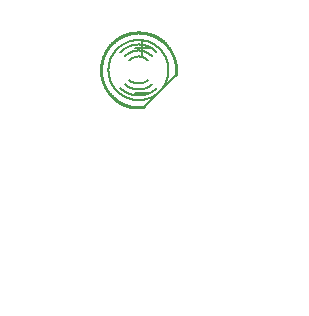
<source format=gbr>
G04 EAGLE Gerber RS-274X export*
G75*
%MOMM*%
%FSLAX34Y34*%
%LPD*%
%INSilkscreen Top*%
%IPPOS*%
%AMOC8*
5,1,8,0,0,1.08239X$1,22.5*%
G01*
%ADD10R,0.406400X0.101600*%
%ADD11R,1.016000X0.101600*%
%ADD12R,1.422400X0.101600*%
%ADD13R,1.727200X0.101600*%
%ADD14R,1.930400X0.101600*%
%ADD15R,2.235200X0.101600*%
%ADD16R,2.438400X0.101600*%
%ADD17R,2.641600X0.101600*%
%ADD18R,2.946400X0.101600*%
%ADD19R,3.149600X0.101600*%
%ADD20R,3.251200X0.101600*%
%ADD21R,1.524000X0.101600*%
%ADD22R,1.828800X0.101600*%
%ADD23R,1.625600X0.101600*%
%ADD24R,1.320800X0.101600*%
%ADD25R,1.219200X0.101600*%
%ADD26R,2.032000X0.101600*%
%ADD27R,2.133600X0.101600*%
%ADD28R,1.117600X0.101600*%
%ADD29R,2.336800X0.101600*%
%ADD30R,2.540000X0.101600*%
%ADD31R,0.914400X0.101600*%
%ADD32R,2.743200X0.101600*%
%ADD33R,3.048000X0.101600*%
%ADD34R,0.812800X0.101600*%
%ADD35R,0.711200X0.101600*%
%ADD36R,0.609600X0.101600*%
%ADD37R,0.508000X0.101600*%
%ADD38R,2.844800X0.101600*%
%ADD39R,4.165600X0.101600*%
%ADD40R,4.064000X0.101600*%
%ADD41R,4.572000X0.101600*%
%ADD42R,4.267200X0.101600*%
%ADD43R,3.962400X0.101600*%
%ADD44R,3.657600X0.101600*%
%ADD45R,3.352800X0.101600*%
%ADD46C,0.177800*%
%ADD47C,0.203200*%
%ADD48C,0.254000*%
%ADD49C,0.152400*%


D10*
X180340Y48768D03*
D11*
X180340Y49784D03*
D12*
X180340Y50800D03*
D13*
X180848Y51816D03*
D14*
X180848Y52832D03*
D15*
X180340Y53848D03*
D16*
X181356Y54864D03*
D17*
X181356Y55880D03*
D18*
X181864Y56896D03*
D19*
X181864Y57912D03*
D20*
X182372Y58928D03*
D21*
X172720Y59944D03*
D22*
X191516Y59944D03*
D21*
X172720Y60960D03*
D13*
X193040Y60960D03*
D21*
X171704Y61976D03*
D23*
X194564Y61976D03*
X171196Y62992D03*
X196596Y62992D03*
X171196Y64008D03*
X197612Y64008D03*
X170180Y65024D03*
D21*
X199136Y65024D03*
D13*
X169672Y66040D03*
D21*
X201168Y66040D03*
D13*
X169672Y67056D03*
D21*
X202184Y67056D03*
D13*
X168656Y68072D03*
D12*
X203708Y68072D03*
D22*
X168148Y69088D03*
D24*
X205232Y69088D03*
D22*
X168148Y70104D03*
D24*
X206248Y70104D03*
D14*
X167640Y71120D03*
D25*
X207772Y71120D03*
D14*
X166624Y72136D03*
D24*
X209296Y72136D03*
D14*
X166624Y73152D03*
D25*
X210820Y73152D03*
D26*
X166116Y74168D03*
D25*
X211836Y74168D03*
D27*
X165608Y75184D03*
D25*
X212852Y75184D03*
D15*
X165100Y76200D03*
D28*
X214376Y76200D03*
D29*
X164592Y77216D03*
D28*
X215392Y77216D03*
D16*
X164084Y78232D03*
D28*
X216408Y78232D03*
D30*
X163576Y79248D03*
D11*
X217932Y79248D03*
D30*
X163576Y80264D03*
D31*
X218440Y80264D03*
D17*
X163068Y81280D03*
D31*
X219456Y81280D03*
D32*
X162560Y82296D03*
D31*
X220472Y82296D03*
D18*
X161544Y83312D03*
D31*
X221488Y83312D03*
D33*
X161036Y84328D03*
D31*
X222504Y84328D03*
D19*
X160528Y85344D03*
D31*
X223520Y85344D03*
D20*
X160020Y86360D03*
D31*
X224536Y86360D03*
D12*
X149860Y87376D03*
D13*
X167640Y87376D03*
D34*
X225044Y87376D03*
D24*
X148336Y88392D03*
D23*
X168148Y88392D03*
D34*
X226060Y88392D03*
D24*
X147320Y89408D03*
D23*
X168148Y89408D03*
D31*
X226568Y89408D03*
D24*
X146304Y90424D03*
D21*
X168656Y90424D03*
D31*
X227584Y90424D03*
D25*
X144780Y91440D03*
D21*
X168656Y91440D03*
D31*
X228600Y91440D03*
D25*
X143764Y92456D03*
D12*
X169164Y92456D03*
D31*
X229616Y92456D03*
D25*
X141732Y93472D03*
D12*
X169164Y93472D03*
D31*
X230632Y93472D03*
D25*
X140716Y94488D03*
D24*
X169672Y94488D03*
D31*
X231648Y94488D03*
D25*
X139700Y95504D03*
D24*
X169672Y95504D03*
D34*
X232156Y95504D03*
D28*
X138176Y96520D03*
D25*
X170180Y96520D03*
D34*
X233172Y96520D03*
D28*
X137160Y97536D03*
D25*
X170180Y97536D03*
D34*
X234188Y97536D03*
D25*
X135636Y98552D03*
D28*
X170688Y98552D03*
D34*
X235204Y98552D03*
D28*
X134112Y99568D03*
D11*
X171196Y99568D03*
D31*
X235712Y99568D03*
D28*
X133096Y100584D03*
D11*
X171196Y100584D03*
D31*
X236728Y100584D03*
D28*
X132080Y101600D03*
D11*
X172212Y101600D03*
D34*
X237236Y101600D03*
D28*
X131064Y102616D03*
D11*
X172212Y102616D03*
D34*
X238252Y102616D03*
D11*
X129540Y103632D03*
X172212Y103632D03*
D34*
X239268Y103632D03*
D11*
X128524Y104648D03*
D28*
X172720Y104648D03*
D34*
X240284Y104648D03*
D11*
X127508Y105664D03*
D25*
X172212Y105664D03*
D34*
X241300Y105664D03*
D11*
X126492Y106680D03*
D24*
X171704Y106680D03*
D31*
X241808Y106680D03*
D11*
X125476Y107696D03*
D21*
X171704Y107696D03*
D31*
X242824Y107696D03*
D11*
X124460Y108712D03*
D23*
X171196Y108712D03*
D31*
X243840Y108712D03*
D11*
X123444Y109728D03*
D22*
X171196Y109728D03*
D28*
X244856Y109728D03*
X121920Y110744D03*
D11*
X165100Y110744D03*
D34*
X176276Y110744D03*
D25*
X246380Y110744D03*
X121412Y111760D03*
D11*
X164084Y111760D03*
D31*
X176784Y111760D03*
D12*
X247396Y111760D03*
X120396Y112776D03*
D31*
X162560Y112776D03*
D34*
X177292Y112776D03*
D21*
X248920Y112776D03*
D12*
X119380Y113792D03*
D31*
X161544Y113792D03*
D11*
X177292Y113792D03*
D22*
X250444Y113792D03*
D23*
X118364Y114808D03*
D31*
X160528Y114808D03*
D28*
X177800Y114808D03*
D14*
X251968Y114808D03*
D13*
X117856Y115824D03*
D31*
X159512Y115824D03*
D25*
X177292Y115824D03*
D27*
X252984Y115824D03*
D14*
X116840Y116840D03*
D34*
X157988Y116840D03*
D12*
X177292Y116840D03*
D16*
X254508Y116840D03*
D28*
X111760Y117856D03*
D34*
X122428Y117856D03*
X156972Y117856D03*
D23*
X177292Y117856D03*
D30*
X256032Y117856D03*
D25*
X110236Y118872D03*
D34*
X122428Y118872D03*
X155956Y118872D03*
D22*
X177292Y118872D03*
D32*
X257048Y118872D03*
D24*
X108712Y119888D03*
D35*
X122936Y119888D03*
D34*
X154940Y119888D03*
D31*
X171704Y119888D03*
X182880Y119888D03*
D18*
X259080Y119888D03*
D24*
X107696Y120904D03*
D36*
X122428Y120904D03*
D31*
X153416Y120904D03*
D34*
X170180Y120904D03*
D31*
X183896Y120904D03*
D19*
X260096Y120904D03*
D12*
X106172Y121920D03*
D36*
X122428Y121920D03*
D34*
X151892Y121920D03*
X169164Y121920D03*
D11*
X184404Y121920D03*
D36*
X247396Y121920D03*
D25*
X257556Y121920D03*
D24*
X271272Y121920D03*
X104648Y122936D03*
D36*
X123444Y122936D03*
D34*
X150876Y122936D03*
X168148Y122936D03*
D11*
X185420Y122936D03*
D14*
X255016Y122936D03*
D24*
X273304Y122936D03*
D12*
X103124Y123952D03*
D36*
X123444Y123952D03*
D34*
X149860Y123952D03*
X167132Y123952D03*
D11*
X186436Y123952D03*
D36*
X248412Y123952D03*
D24*
X259080Y123952D03*
X276352Y123952D03*
D12*
X102108Y124968D03*
D36*
X123444Y124968D03*
D34*
X148844Y124968D03*
X165100Y124968D03*
D28*
X186944Y124968D03*
D37*
X248920Y124968D03*
D24*
X260096Y124968D03*
X278384Y124968D03*
D21*
X100584Y125984D03*
D36*
X123444Y125984D03*
D34*
X147828Y125984D03*
X164084Y125984D03*
D28*
X187960Y125984D03*
D36*
X249428Y125984D03*
D12*
X260604Y125984D03*
D25*
X280924Y125984D03*
D21*
X99568Y127000D03*
D36*
X123444Y127000D03*
D35*
X146304Y127000D03*
D34*
X163068Y127000D03*
D25*
X188468Y127000D03*
D36*
X249428Y127000D03*
D12*
X261620Y127000D03*
D25*
X282956Y127000D03*
D23*
X98044Y128016D03*
D35*
X123952Y128016D03*
X145288Y128016D03*
D34*
X162052Y128016D03*
D25*
X189484Y128016D03*
D37*
X249936Y128016D03*
D21*
X263144Y128016D03*
D25*
X286004Y128016D03*
D31*
X92456Y129032D03*
D35*
X101600Y129032D03*
X123952Y129032D03*
X144272Y129032D03*
D34*
X161036Y129032D03*
D12*
X190500Y129032D03*
D36*
X250444Y129032D03*
D21*
X264160Y129032D03*
D25*
X288036Y129032D03*
D31*
X91440Y130048D03*
D35*
X100584Y130048D03*
X123952Y130048D03*
X142240Y130048D03*
X159512Y130048D03*
D37*
X186944Y130048D03*
D35*
X195072Y130048D03*
D37*
X250952Y130048D03*
D35*
X260096Y130048D03*
D34*
X268732Y130048D03*
D28*
X290576Y130048D03*
D31*
X89408Y131064D03*
D35*
X99568Y131064D03*
D34*
X124460Y131064D03*
D35*
X141224Y131064D03*
X158496Y131064D03*
D36*
X187452Y131064D03*
D35*
X196088Y131064D03*
D37*
X250952Y131064D03*
D35*
X261112Y131064D03*
D34*
X270764Y131064D03*
D28*
X292608Y131064D03*
D34*
X87884Y132080D03*
D36*
X99060Y132080D03*
D34*
X124460Y132080D03*
D35*
X140208Y132080D03*
X157480Y132080D03*
D37*
X187960Y132080D03*
D35*
X197104Y132080D03*
D37*
X250952Y132080D03*
D35*
X262128Y132080D03*
D34*
X271780Y132080D03*
D25*
X295148Y132080D03*
D31*
X86360Y133096D03*
D36*
X98044Y133096D03*
D34*
X124460Y133096D03*
D36*
X138684Y133096D03*
D35*
X156464Y133096D03*
D36*
X188468Y133096D03*
D35*
X198120Y133096D03*
D37*
X251968Y133096D03*
D36*
X262636Y133096D03*
D34*
X272796Y133096D03*
D28*
X297688Y133096D03*
D34*
X84836Y134112D03*
D36*
X97028Y134112D03*
D34*
X124460Y134112D03*
D36*
X137668Y134112D03*
D35*
X154432Y134112D03*
D37*
X188976Y134112D03*
D35*
X199136Y134112D03*
D37*
X251968Y134112D03*
D36*
X263652Y134112D03*
D31*
X274320Y134112D03*
D28*
X299720Y134112D03*
D34*
X82804Y135128D03*
D36*
X96012Y135128D03*
D11*
X124460Y135128D03*
D36*
X136652Y135128D03*
D35*
X153416Y135128D03*
D36*
X189484Y135128D03*
D35*
X200152Y135128D03*
D37*
X251968Y135128D03*
D35*
X264160Y135128D03*
X275336Y135128D03*
D11*
X302260Y135128D03*
D31*
X81280Y136144D03*
D36*
X94996Y136144D03*
D11*
X124460Y136144D03*
D36*
X135636Y136144D03*
D35*
X152400Y136144D03*
X188976Y136144D03*
X201168Y136144D03*
D36*
X252476Y136144D03*
X264668Y136144D03*
D35*
X276352Y136144D03*
D11*
X304292Y136144D03*
D34*
X79756Y137160D03*
D36*
X93980Y137160D03*
D37*
X120904Y137160D03*
X127000Y137160D03*
D35*
X135128Y137160D03*
X151384Y137160D03*
D34*
X188468Y137160D03*
D35*
X202184Y137160D03*
X251968Y137160D03*
D36*
X265684Y137160D03*
D35*
X277368Y137160D03*
D31*
X306832Y137160D03*
D34*
X77724Y138176D03*
D36*
X92964Y138176D03*
X120396Y138176D03*
D37*
X127000Y138176D03*
D35*
X134112Y138176D03*
X150368Y138176D03*
D31*
X188976Y138176D03*
D36*
X203708Y138176D03*
D35*
X251968Y138176D03*
D37*
X266192Y138176D03*
D35*
X278384Y138176D03*
D31*
X308864Y138176D03*
D35*
X76200Y139192D03*
D37*
X92456Y139192D03*
D36*
X119380Y139192D03*
D25*
X131572Y139192D03*
D36*
X148844Y139192D03*
D11*
X188468Y139192D03*
D35*
X205232Y139192D03*
D31*
X251968Y139192D03*
D36*
X266700Y139192D03*
X279908Y139192D03*
D37*
X309880Y139192D03*
D36*
X74676Y140208D03*
X91948Y140208D03*
D35*
X118872Y140208D03*
D28*
X131064Y140208D03*
D37*
X148336Y140208D03*
D28*
X187960Y140208D03*
D35*
X206248Y140208D03*
D11*
X251460Y140208D03*
D35*
X267208Y140208D03*
D36*
X280924Y140208D03*
D37*
X309880Y140208D03*
X74168Y141224D03*
D36*
X90932Y141224D03*
D35*
X117856Y141224D03*
D28*
X131064Y141224D03*
D37*
X147320Y141224D03*
D36*
X184404Y141224D03*
X191516Y141224D03*
D35*
X207264Y141224D03*
D28*
X250952Y141224D03*
D35*
X267208Y141224D03*
D37*
X281432Y141224D03*
D36*
X309372Y141224D03*
D37*
X74168Y142240D03*
D35*
X90424Y142240D03*
D34*
X117348Y142240D03*
D25*
X130556Y142240D03*
D37*
X147320Y142240D03*
D36*
X183388Y142240D03*
X191516Y142240D03*
D35*
X208280Y142240D03*
D24*
X250952Y142240D03*
D34*
X267716Y142240D03*
D35*
X281432Y142240D03*
D37*
X308864Y142240D03*
D36*
X74676Y143256D03*
D35*
X90424Y143256D03*
D34*
X116332Y143256D03*
D28*
X130048Y143256D03*
D35*
X148336Y143256D03*
D36*
X182372Y143256D03*
D37*
X192024Y143256D03*
D34*
X208788Y143256D03*
D12*
X250444Y143256D03*
D31*
X268224Y143256D03*
D35*
X281432Y143256D03*
D36*
X308356Y143256D03*
X74676Y144272D03*
D34*
X89916Y144272D03*
D11*
X115316Y144272D03*
D25*
X129540Y144272D03*
D34*
X148844Y144272D03*
D35*
X181864Y144272D03*
D36*
X192532Y144272D03*
D34*
X209804Y144272D03*
D21*
X249936Y144272D03*
D31*
X268224Y144272D03*
X281432Y144272D03*
D36*
X307340Y144272D03*
X75692Y145288D03*
D31*
X89408Y145288D03*
D11*
X114300Y145288D03*
D25*
X129540Y145288D03*
D31*
X149352Y145288D03*
D35*
X180848Y145288D03*
D36*
X192532Y145288D03*
D31*
X210312Y145288D03*
D13*
X249936Y145288D03*
D11*
X268732Y145288D03*
D28*
X281432Y145288D03*
D35*
X306832Y145288D03*
D36*
X75692Y146304D03*
D31*
X89408Y146304D03*
D11*
X113284Y146304D03*
D24*
X129032Y146304D03*
D11*
X149860Y146304D03*
D35*
X179832Y146304D03*
D36*
X192532Y146304D03*
D28*
X211328Y146304D03*
X245872Y146304D03*
D36*
X255524Y146304D03*
D11*
X268732Y146304D03*
D25*
X280924Y146304D03*
D35*
X306832Y146304D03*
X76200Y147320D03*
D31*
X88392Y147320D03*
D11*
X112268Y147320D03*
D12*
X128524Y147320D03*
D25*
X150876Y147320D03*
D35*
X178816Y147320D03*
D37*
X193040Y147320D03*
D25*
X211836Y147320D03*
X245364Y147320D03*
D36*
X255524Y147320D03*
D13*
X272288Y147320D03*
D37*
X284480Y147320D03*
D35*
X305816Y147320D03*
X76200Y148336D03*
D31*
X88392Y148336D03*
D28*
X111760Y148336D03*
D21*
X128016Y148336D03*
D24*
X151384Y148336D03*
D35*
X177800Y148336D03*
D36*
X193548Y148336D03*
D37*
X208280Y148336D03*
D35*
X215392Y148336D03*
D25*
X244348Y148336D03*
D36*
X256540Y148336D03*
D23*
X271780Y148336D03*
D36*
X284988Y148336D03*
D34*
X305308Y148336D03*
D35*
X76200Y149352D03*
D11*
X87884Y149352D03*
D25*
X110236Y149352D03*
D23*
X127508Y149352D03*
D37*
X147320Y149352D03*
D35*
X155448Y149352D03*
D34*
X177292Y149352D03*
D36*
X193548Y149352D03*
D37*
X208280Y149352D03*
D35*
X216408Y149352D03*
D24*
X243840Y149352D03*
D36*
X256540Y149352D03*
D23*
X271780Y149352D03*
D36*
X284988Y149352D03*
D34*
X305308Y149352D03*
D35*
X77216Y150368D03*
D28*
X87376Y150368D03*
D25*
X109220Y150368D03*
D13*
X128016Y150368D03*
D37*
X147320Y150368D03*
D35*
X156464Y150368D03*
D34*
X176276Y150368D03*
D36*
X193548Y150368D03*
X208788Y150368D03*
D35*
X217424Y150368D03*
D12*
X243332Y150368D03*
D36*
X256540Y150368D03*
D21*
X271272Y150368D03*
D36*
X286004Y150368D03*
D34*
X304292Y150368D03*
D14*
X83312Y151384D03*
D25*
X108204Y151384D03*
D34*
X122428Y151384D03*
D11*
X132588Y151384D03*
D37*
X147320Y151384D03*
D34*
X157988Y151384D03*
X175260Y151384D03*
D36*
X194564Y151384D03*
D37*
X209296Y151384D03*
D35*
X218440Y151384D03*
D12*
X242316Y151384D03*
D35*
X257048Y151384D03*
D21*
X271272Y151384D03*
D36*
X286004Y151384D03*
D31*
X303784Y151384D03*
D14*
X83312Y152400D03*
D25*
X107188Y152400D03*
D34*
X121412Y152400D03*
D11*
X132588Y152400D03*
D37*
X147320Y152400D03*
D34*
X159004Y152400D03*
X174244Y152400D03*
D36*
X194564Y152400D03*
D37*
X209296Y152400D03*
D34*
X219964Y152400D03*
D21*
X241808Y152400D03*
D36*
X257556Y152400D03*
D12*
X270764Y152400D03*
D36*
X286004Y152400D03*
D31*
X303784Y152400D03*
D22*
X82804Y153416D03*
D25*
X106172Y153416D03*
D31*
X120904Y153416D03*
D28*
X133096Y153416D03*
D37*
X148336Y153416D03*
D34*
X160020Y153416D03*
X173228Y153416D03*
D36*
X194564Y153416D03*
D37*
X209296Y153416D03*
D34*
X220980Y153416D03*
X237236Y153416D03*
D36*
X245364Y153416D03*
X257556Y153416D03*
D12*
X270764Y153416D03*
D36*
X287020Y153416D03*
D31*
X302768Y153416D03*
D22*
X82804Y154432D03*
D24*
X104648Y154432D03*
D31*
X119888Y154432D03*
D24*
X133096Y154432D03*
D37*
X148336Y154432D03*
D34*
X161036Y154432D03*
D31*
X172720Y154432D03*
D35*
X195072Y154432D03*
D36*
X209804Y154432D03*
D34*
X221996Y154432D03*
D23*
X240284Y154432D03*
D35*
X258064Y154432D03*
D21*
X271272Y154432D03*
D36*
X287020Y154432D03*
D11*
X302260Y154432D03*
D22*
X82804Y155448D03*
D12*
X104140Y155448D03*
D31*
X118872Y155448D03*
D36*
X129540Y155448D03*
X136652Y155448D03*
D37*
X148336Y155448D03*
D31*
X162560Y155448D03*
D34*
X172212Y155448D03*
D36*
X195580Y155448D03*
X209804Y155448D03*
D34*
X223012Y155448D03*
X236220Y155448D03*
D35*
X244856Y155448D03*
X258064Y155448D03*
D23*
X270764Y155448D03*
D36*
X287020Y155448D03*
D11*
X302260Y155448D03*
D22*
X82804Y156464D03*
D12*
X103124Y156464D03*
D31*
X117856Y156464D03*
D36*
X129540Y156464D03*
D35*
X137160Y156464D03*
D37*
X148336Y156464D03*
D21*
X167640Y156464D03*
D36*
X195580Y156464D03*
X209804Y156464D03*
D34*
X224028Y156464D03*
X235204Y156464D03*
D35*
X243840Y156464D03*
D36*
X258572Y156464D03*
D13*
X271272Y156464D03*
D36*
X288036Y156464D03*
D11*
X301244Y156464D03*
D13*
X83312Y157480D03*
D12*
X102108Y157480D03*
D34*
X117348Y157480D03*
D36*
X129540Y157480D03*
X137668Y157480D03*
D37*
X148336Y157480D03*
D24*
X167640Y157480D03*
D35*
X196088Y157480D03*
D36*
X209804Y157480D03*
D34*
X225044Y157480D03*
X234188Y157480D03*
D35*
X243840Y157480D03*
D16*
X267716Y157480D03*
D36*
X288036Y157480D03*
D28*
X300736Y157480D03*
D13*
X83312Y158496D03*
D12*
X101092Y158496D03*
D31*
X116840Y158496D03*
D36*
X129540Y158496D03*
X138684Y158496D03*
D37*
X148336Y158496D03*
D28*
X167640Y158496D03*
D35*
X196088Y158496D03*
D36*
X209804Y158496D03*
D21*
X229616Y158496D03*
D35*
X242824Y158496D03*
D30*
X268224Y158496D03*
D35*
X288544Y158496D03*
D28*
X300736Y158496D03*
D23*
X82804Y159512D03*
D21*
X99568Y159512D03*
D31*
X115824Y159512D03*
D35*
X129032Y159512D03*
X139192Y159512D03*
D36*
X148844Y159512D03*
D11*
X168148Y159512D03*
D36*
X196596Y159512D03*
X210820Y159512D03*
D12*
X230124Y159512D03*
D35*
X242824Y159512D03*
D16*
X268732Y159512D03*
D35*
X288544Y159512D03*
D28*
X299720Y159512D03*
D19*
X90424Y160528D03*
D31*
X114808Y160528D03*
D35*
X129032Y160528D03*
X140208Y160528D03*
D36*
X148844Y160528D03*
D28*
X168656Y160528D03*
D35*
X197104Y160528D03*
D36*
X210820Y160528D03*
D25*
X230124Y160528D03*
D34*
X242316Y160528D03*
D23*
X264668Y160528D03*
D34*
X277876Y160528D03*
D36*
X289052Y160528D03*
D25*
X299212Y160528D03*
D19*
X90424Y161544D03*
D31*
X113792Y161544D03*
D35*
X129032Y161544D03*
X140208Y161544D03*
D36*
X148844Y161544D03*
D24*
X168656Y161544D03*
D35*
X197104Y161544D03*
D36*
X210820Y161544D03*
D11*
X230124Y161544D03*
D35*
X241808Y161544D03*
D21*
X264160Y161544D03*
D34*
X277876Y161544D03*
D14*
X295656Y161544D03*
D19*
X89408Y162560D03*
D31*
X112776Y162560D03*
D36*
X128524Y162560D03*
D35*
X141224Y162560D03*
D36*
X148844Y162560D03*
D21*
X168656Y162560D03*
D35*
X197104Y162560D03*
D36*
X210820Y162560D03*
D28*
X230632Y162560D03*
D34*
X241300Y162560D03*
D12*
X263652Y162560D03*
D34*
X278892Y162560D03*
D22*
X295148Y162560D03*
D33*
X88900Y163576D03*
D11*
X112268Y163576D03*
D35*
X128016Y163576D03*
D12*
X144780Y163576D03*
D13*
X168656Y163576D03*
D35*
X198120Y163576D03*
X211328Y163576D03*
D27*
X234696Y163576D03*
D24*
X264160Y163576D03*
D34*
X278892Y163576D03*
D13*
X295656Y163576D03*
D33*
X87884Y164592D03*
D31*
X111760Y164592D03*
D35*
X128016Y164592D03*
D12*
X145796Y164592D03*
D26*
X168148Y164592D03*
D35*
X198120Y164592D03*
X211328Y164592D03*
D27*
X233680Y164592D03*
D25*
X263652Y164592D03*
D34*
X279908Y164592D03*
D13*
X295656Y164592D03*
D18*
X87376Y165608D03*
D31*
X110744Y165608D03*
D35*
X128016Y165608D03*
D12*
X145796Y165608D03*
D28*
X162560Y165608D03*
D11*
X174244Y165608D03*
D35*
X198120Y165608D03*
D36*
X211836Y165608D03*
D15*
X233172Y165608D03*
D25*
X263652Y165608D03*
D34*
X279908Y165608D03*
D23*
X295148Y165608D03*
D33*
X86868Y166624D03*
D11*
X110236Y166624D03*
D35*
X128016Y166624D03*
D24*
X146304Y166624D03*
D28*
X161544Y166624D03*
D11*
X176276Y166624D03*
D34*
X198628Y166624D03*
D36*
X211836Y166624D03*
D15*
X232156Y166624D03*
D25*
X263652Y166624D03*
D34*
X280924Y166624D03*
D21*
X295656Y166624D03*
D33*
X85852Y167640D03*
D11*
X109220Y167640D03*
D34*
X127508Y167640D03*
D24*
X146304Y167640D03*
D28*
X160528Y167640D03*
D11*
X177292Y167640D03*
D35*
X199136Y167640D03*
D36*
X211836Y167640D03*
D29*
X231648Y167640D03*
D28*
X264160Y167640D03*
D34*
X280924Y167640D03*
D12*
X295148Y167640D03*
D18*
X85344Y168656D03*
D11*
X108204Y168656D03*
D35*
X127000Y168656D03*
D25*
X146812Y168656D03*
D28*
X159512Y168656D03*
D11*
X178308Y168656D03*
D35*
X199136Y168656D03*
X212344Y168656D03*
D11*
X225044Y168656D03*
X238252Y168656D03*
D28*
X264160Y168656D03*
D31*
X281432Y168656D03*
D12*
X295148Y168656D03*
D18*
X84328Y169672D03*
D11*
X107188Y169672D03*
D35*
X127000Y169672D03*
D29*
X152400Y169672D03*
D11*
X179324Y169672D03*
D35*
X199136Y169672D03*
X212344Y169672D03*
D11*
X224028Y169672D03*
X239268Y169672D03*
D28*
X264160Y169672D03*
D34*
X281940Y169672D03*
D12*
X295148Y169672D03*
D18*
X83312Y170688D03*
D28*
X106680Y170688D03*
D34*
X126492Y170688D03*
D27*
X152400Y170688D03*
D31*
X180848Y170688D03*
D34*
X199644Y170688D03*
D35*
X212344Y170688D03*
D11*
X223012Y170688D03*
D28*
X239776Y170688D03*
D25*
X263652Y170688D03*
D29*
X289560Y170688D03*
D38*
X82804Y171704D03*
D11*
X106172Y171704D03*
D34*
X126492Y171704D03*
D26*
X151892Y171704D03*
D31*
X181864Y171704D03*
D35*
X200152Y171704D03*
X212344Y171704D03*
D11*
X221996Y171704D03*
D25*
X240284Y171704D03*
X263652Y171704D03*
D15*
X290068Y171704D03*
D18*
X82296Y172720D03*
D11*
X105156Y172720D03*
D34*
X126492Y172720D03*
D14*
X152400Y172720D03*
D31*
X182880Y172720D03*
D35*
X200152Y172720D03*
D23*
X217932Y172720D03*
D12*
X240284Y172720D03*
D25*
X263652Y172720D03*
D27*
X289560Y172720D03*
D18*
X81280Y173736D03*
D28*
X104648Y173736D03*
D34*
X126492Y173736D03*
D22*
X151892Y173736D03*
D34*
X183388Y173736D03*
X200660Y173736D03*
D21*
X217424Y173736D03*
D12*
X240284Y173736D03*
D24*
X263144Y173736D03*
D26*
X290068Y173736D03*
D38*
X80772Y174752D03*
D25*
X104140Y174752D03*
D31*
X125984Y174752D03*
D23*
X151892Y174752D03*
D35*
X183896Y174752D03*
D34*
X200660Y174752D03*
D12*
X216916Y174752D03*
D23*
X240284Y174752D03*
D24*
X263144Y174752D03*
D14*
X289560Y174752D03*
D38*
X79756Y175768D03*
D24*
X104648Y175768D03*
D34*
X125476Y175768D03*
D21*
X151384Y175768D03*
D35*
X183896Y175768D03*
X201168Y175768D03*
D24*
X216408Y175768D03*
D23*
X240284Y175768D03*
D24*
X263144Y175768D03*
D14*
X289560Y175768D03*
D38*
X79756Y176784D03*
D21*
X104648Y176784D03*
D34*
X125476Y176784D03*
D12*
X150876Y176784D03*
D35*
X184912Y176784D03*
X201168Y176784D03*
D25*
X215900Y176784D03*
D23*
X240284Y176784D03*
D24*
X263144Y176784D03*
D13*
X289560Y176784D03*
D33*
X79756Y177800D03*
D23*
X105156Y177800D03*
D34*
X125476Y177800D03*
D12*
X150876Y177800D03*
D36*
X184404Y177800D03*
D34*
X201676Y177800D03*
D25*
X215900Y177800D03*
D34*
X235204Y177800D03*
X244348Y177800D03*
D25*
X262636Y177800D03*
D13*
X289560Y177800D03*
D33*
X79756Y178816D03*
D13*
X105664Y178816D03*
D31*
X124968Y178816D03*
D12*
X150876Y178816D03*
D36*
X184404Y178816D03*
D34*
X201676Y178816D03*
D28*
X215392Y178816D03*
D34*
X235204Y178816D03*
X244348Y178816D03*
D25*
X262636Y178816D03*
D21*
X289560Y178816D03*
D33*
X79756Y179832D03*
D14*
X106680Y179832D03*
D31*
X124968Y179832D03*
D21*
X151384Y179832D03*
D36*
X184404Y179832D03*
D31*
X201168Y179832D03*
D28*
X215392Y179832D03*
D34*
X234188Y179832D03*
X244348Y179832D03*
D25*
X262636Y179832D03*
D23*
X289052Y179832D03*
D19*
X80264Y180848D03*
D34*
X101092Y180848D03*
D28*
X111760Y180848D03*
D31*
X124968Y180848D03*
D21*
X151384Y180848D03*
D36*
X183388Y180848D03*
D34*
X200660Y180848D03*
D28*
X216408Y180848D03*
D34*
X234188Y180848D03*
X244348Y180848D03*
D28*
X263144Y180848D03*
D23*
X289052Y180848D03*
D19*
X80264Y181864D03*
D31*
X101600Y181864D03*
D28*
X112776Y181864D03*
D34*
X124460Y181864D03*
D23*
X151892Y181864D03*
D36*
X183388Y181864D03*
D31*
X200152Y181864D03*
D25*
X216916Y181864D03*
D34*
X233172Y181864D03*
D35*
X243840Y181864D03*
D28*
X263144Y181864D03*
D21*
X288544Y181864D03*
D39*
X85344Y182880D03*
D14*
X118872Y182880D03*
D13*
X152400Y182880D03*
D36*
X183388Y182880D03*
D11*
X199644Y182880D03*
D24*
X217424Y182880D03*
D34*
X233172Y182880D03*
D35*
X243840Y182880D03*
D11*
X263652Y182880D03*
D23*
X288036Y182880D03*
D19*
X81280Y183896D03*
D31*
X102616Y183896D03*
D22*
X119380Y183896D03*
D13*
X152400Y183896D03*
D36*
X182372Y183896D03*
D31*
X199136Y183896D03*
D12*
X217932Y183896D03*
D34*
X232156Y183896D03*
D35*
X243840Y183896D03*
D11*
X263652Y183896D03*
D23*
X287020Y183896D03*
D40*
X86868Y184912D03*
D13*
X119888Y184912D03*
D22*
X152908Y184912D03*
D36*
X182372Y184912D03*
D11*
X198628Y184912D03*
D21*
X218440Y184912D03*
D34*
X232156Y184912D03*
D35*
X243840Y184912D03*
D31*
X264160Y184912D03*
D23*
X287020Y184912D03*
D33*
X82804Y185928D03*
D31*
X103632Y185928D03*
D23*
X120396Y185928D03*
D14*
X153416Y185928D03*
D36*
X182372Y185928D03*
D11*
X197612Y185928D03*
D21*
X218440Y185928D03*
D34*
X232156Y185928D03*
D35*
X243840Y185928D03*
D34*
X264668Y185928D03*
D23*
X286004Y185928D03*
D39*
X88392Y186944D03*
D21*
X120904Y186944D03*
D14*
X153416Y186944D03*
D36*
X181356Y186944D03*
D11*
X196596Y186944D03*
D16*
X223012Y186944D03*
D35*
X243840Y186944D03*
D34*
X264668Y186944D03*
D23*
X286004Y186944D03*
D33*
X83820Y187960D03*
D31*
X104648Y187960D03*
D24*
X121920Y187960D03*
D26*
X153924Y187960D03*
D36*
X181356Y187960D03*
D11*
X195580Y187960D03*
D34*
X214884Y187960D03*
D21*
X227584Y187960D03*
D35*
X243840Y187960D03*
D31*
X265176Y187960D03*
D23*
X284988Y187960D03*
D18*
X84328Y188976D03*
D31*
X105664Y188976D03*
D25*
X122428Y188976D03*
D27*
X154432Y188976D03*
D36*
X181356Y188976D03*
D31*
X195072Y188976D03*
D34*
X214884Y188976D03*
D24*
X227584Y188976D03*
D36*
X244348Y188976D03*
D31*
X265176Y188976D03*
D23*
X283972Y188976D03*
D38*
X85852Y189992D03*
D31*
X105664Y189992D03*
D28*
X122936Y189992D03*
D37*
X146304Y189992D03*
D23*
X157988Y189992D03*
D36*
X180340Y189992D03*
D11*
X194564Y189992D03*
D34*
X214884Y189992D03*
D25*
X228092Y189992D03*
D37*
X243840Y189992D03*
D31*
X265176Y189992D03*
D23*
X283972Y189992D03*
D32*
X86360Y191008D03*
D31*
X106680Y191008D03*
D11*
X123444Y191008D03*
D37*
X146304Y191008D03*
D34*
X153924Y191008D03*
D35*
X162560Y191008D03*
D36*
X180340Y191008D03*
D11*
X193548Y191008D03*
D34*
X214884Y191008D03*
D28*
X227584Y191008D03*
D37*
X243840Y191008D03*
D11*
X265684Y191008D03*
D23*
X282956Y191008D03*
D32*
X87376Y192024D03*
D34*
X107188Y192024D03*
D31*
X124968Y192024D03*
D37*
X146304Y192024D03*
D34*
X154940Y192024D03*
D35*
X163576Y192024D03*
D37*
X179832Y192024D03*
D11*
X192532Y192024D03*
D34*
X214884Y192024D03*
D11*
X228092Y192024D03*
D37*
X243840Y192024D03*
D11*
X265684Y192024D03*
D23*
X282956Y192024D03*
D17*
X87884Y193040D03*
D31*
X107696Y193040D03*
D11*
X125476Y193040D03*
D37*
X146304Y193040D03*
D34*
X154940Y193040D03*
D35*
X164592Y193040D03*
D37*
X179832Y193040D03*
D11*
X191516Y193040D03*
D34*
X214884Y193040D03*
D31*
X228600Y193040D03*
D37*
X243840Y193040D03*
D28*
X266192Y193040D03*
D23*
X281940Y193040D03*
D17*
X88900Y194056D03*
D31*
X108712Y194056D03*
D11*
X126492Y194056D03*
D37*
X146304Y194056D03*
D35*
X155448Y194056D03*
X164592Y194056D03*
D36*
X179324Y194056D03*
D31*
X191008Y194056D03*
D34*
X214884Y194056D03*
D31*
X228600Y194056D03*
D37*
X243840Y194056D03*
D28*
X266192Y194056D03*
D23*
X281940Y194056D03*
D30*
X89408Y195072D03*
D34*
X109220Y195072D03*
D28*
X127000Y195072D03*
D37*
X146304Y195072D03*
D34*
X155956Y195072D03*
D35*
X165608Y195072D03*
D37*
X178816Y195072D03*
D31*
X189992Y195072D03*
D35*
X215392Y195072D03*
D31*
X228600Y195072D03*
D37*
X243840Y195072D03*
D38*
X274828Y195072D03*
D30*
X90424Y196088D03*
D34*
X110236Y196088D03*
D25*
X127508Y196088D03*
D10*
X145796Y196088D03*
D35*
X156464Y196088D03*
X166624Y196088D03*
D37*
X178816Y196088D03*
D31*
X188976Y196088D03*
D35*
X215392Y196088D03*
D11*
X229108Y196088D03*
D37*
X243840Y196088D03*
D38*
X274828Y196088D03*
D16*
X90932Y197104D03*
D34*
X110236Y197104D03*
D12*
X128524Y197104D03*
D10*
X145796Y197104D03*
D34*
X156972Y197104D03*
D35*
X167640Y197104D03*
D36*
X178308Y197104D03*
D11*
X188468Y197104D03*
D35*
X215392Y197104D03*
D28*
X229616Y197104D03*
D37*
X243840Y197104D03*
D32*
X274320Y197104D03*
D16*
X91948Y198120D03*
D34*
X111252Y198120D03*
D21*
X129032Y198120D03*
D10*
X145796Y198120D03*
D35*
X157480Y198120D03*
X167640Y198120D03*
D37*
X177800Y198120D03*
D31*
X187960Y198120D03*
D35*
X215392Y198120D03*
D25*
X229108Y198120D03*
D37*
X243840Y198120D03*
D32*
X274320Y198120D03*
D29*
X92456Y199136D03*
D34*
X112268Y199136D03*
D35*
X124968Y199136D03*
D34*
X133604Y199136D03*
D37*
X145288Y199136D03*
D35*
X157480Y199136D03*
X168656Y199136D03*
D37*
X177800Y199136D03*
D31*
X186944Y199136D03*
D35*
X215392Y199136D03*
D24*
X229616Y199136D03*
D10*
X243332Y199136D03*
D36*
X263652Y199136D03*
D14*
X277368Y199136D03*
D29*
X93472Y200152D03*
D34*
X112268Y200152D03*
D35*
X124968Y200152D03*
D34*
X134620Y200152D03*
D37*
X145288Y200152D03*
D34*
X157988Y200152D03*
D35*
X169672Y200152D03*
D37*
X177800Y200152D03*
D31*
X185928Y200152D03*
D35*
X215392Y200152D03*
D12*
X230124Y200152D03*
D10*
X243332Y200152D03*
D36*
X263652Y200152D03*
D22*
X277876Y200152D03*
D15*
X93980Y201168D03*
D34*
X113284Y201168D03*
D35*
X124968Y201168D03*
X136144Y201168D03*
D37*
X145288Y201168D03*
D35*
X158496Y201168D03*
D36*
X170180Y201168D03*
D37*
X176784Y201168D03*
D31*
X184912Y201168D03*
D35*
X215392Y201168D03*
X225552Y201168D03*
X234696Y201168D03*
D10*
X243332Y201168D03*
D36*
X263652Y201168D03*
D13*
X277368Y201168D03*
D15*
X94996Y202184D03*
D35*
X113792Y202184D03*
X124968Y202184D03*
D34*
X137668Y202184D03*
D37*
X145288Y202184D03*
D35*
X158496Y202184D03*
D25*
X173228Y202184D03*
D34*
X184404Y202184D03*
D35*
X215392Y202184D03*
X225552Y202184D03*
X235712Y202184D03*
D10*
X243332Y202184D03*
D36*
X263652Y202184D03*
D13*
X277368Y202184D03*
D26*
X96012Y203200D03*
D35*
X114808Y203200D03*
X124968Y203200D03*
D24*
X141224Y203200D03*
D35*
X159512Y203200D03*
D11*
X173228Y203200D03*
D34*
X183388Y203200D03*
D35*
X215392Y203200D03*
X224536Y203200D03*
D36*
X236220Y203200D03*
D10*
X243332Y203200D03*
D36*
X263652Y203200D03*
D23*
X276860Y203200D03*
D26*
X97028Y204216D03*
D34*
X115316Y204216D03*
D36*
X125476Y204216D03*
D28*
X141224Y204216D03*
D35*
X159512Y204216D03*
D13*
X177800Y204216D03*
D36*
X215900Y204216D03*
D35*
X224536Y204216D03*
D28*
X239776Y204216D03*
D36*
X263652Y204216D03*
D23*
X276860Y204216D03*
D14*
X97536Y205232D03*
D35*
X115824Y205232D03*
D36*
X125476Y205232D03*
D31*
X142240Y205232D03*
D35*
X160528Y205232D03*
D21*
X177800Y205232D03*
D36*
X215900Y205232D03*
X224028Y205232D03*
D31*
X239776Y205232D03*
D36*
X263652Y205232D03*
D23*
X275844Y205232D03*
D22*
X98044Y206248D03*
D35*
X116840Y206248D03*
D36*
X125476Y206248D03*
D34*
X142748Y206248D03*
D35*
X160528Y206248D03*
D21*
X177800Y206248D03*
D36*
X215900Y206248D03*
D35*
X223520Y206248D03*
D31*
X239776Y206248D03*
D36*
X263652Y206248D03*
D23*
X275844Y206248D03*
D22*
X99060Y207264D03*
D34*
X117348Y207264D03*
D36*
X125476Y207264D03*
D35*
X143256Y207264D03*
D36*
X161036Y207264D03*
D24*
X177800Y207264D03*
D36*
X215900Y207264D03*
X223012Y207264D03*
D34*
X240284Y207264D03*
D36*
X262636Y207264D03*
D23*
X274828Y207264D03*
D22*
X100076Y208280D03*
D35*
X117856Y208280D03*
D36*
X125476Y208280D03*
X143764Y208280D03*
D35*
X161544Y208280D03*
D28*
X177800Y208280D03*
D36*
X215900Y208280D03*
X223012Y208280D03*
D35*
X240792Y208280D03*
D36*
X262636Y208280D03*
D23*
X274828Y208280D03*
D22*
X101092Y209296D03*
D24*
X121920Y209296D03*
D37*
X144272Y209296D03*
D36*
X162052Y209296D03*
D31*
X177800Y209296D03*
D25*
X218948Y209296D03*
D36*
X241300Y209296D03*
D15*
X270764Y209296D03*
D14*
X102616Y210312D03*
D24*
X121920Y210312D03*
D10*
X144780Y210312D03*
D36*
X162052Y210312D03*
D31*
X177800Y210312D03*
D25*
X218948Y210312D03*
D36*
X240284Y210312D03*
D15*
X270764Y210312D03*
D11*
X99060Y211328D03*
D31*
X109728Y211328D03*
D25*
X122428Y211328D03*
D10*
X144780Y211328D03*
D35*
X162560Y211328D03*
D11*
X178308Y211328D03*
D28*
X218440Y211328D03*
D34*
X239268Y211328D03*
D27*
X270256Y211328D03*
D11*
X100076Y212344D03*
D34*
X111252Y212344D03*
D28*
X122936Y212344D03*
D10*
X144780Y212344D03*
D36*
X163068Y212344D03*
D25*
X178308Y212344D03*
D28*
X218440Y212344D03*
D31*
X237744Y212344D03*
D26*
X269748Y212344D03*
D31*
X100584Y213360D03*
X112776Y213360D03*
D11*
X123444Y213360D03*
D10*
X144780Y213360D03*
D35*
X163576Y213360D03*
D12*
X179324Y213360D03*
D11*
X217932Y213360D03*
D31*
X236728Y213360D03*
D26*
X269748Y213360D03*
D34*
X101092Y214376D03*
D22*
X119380Y214376D03*
D37*
X144272Y214376D03*
D36*
X164084Y214376D03*
D23*
X179324Y214376D03*
D31*
X218440Y214376D03*
X234696Y214376D03*
D14*
X269240Y214376D03*
D34*
X102108Y215392D03*
D13*
X119888Y215392D03*
D37*
X144272Y215392D03*
D36*
X164084Y215392D03*
D35*
X173736Y215392D03*
D34*
X184404Y215392D03*
X217932Y215392D03*
D11*
X233172Y215392D03*
D14*
X269240Y215392D03*
D35*
X102616Y216408D03*
D21*
X120904Y216408D03*
D37*
X144272Y216408D03*
D36*
X165100Y216408D03*
D35*
X172720Y216408D03*
D34*
X185420Y216408D03*
X217932Y216408D03*
D11*
X231140Y216408D03*
D22*
X268732Y216408D03*
D34*
X103124Y217424D03*
D12*
X121412Y217424D03*
D37*
X144272Y217424D03*
D36*
X165100Y217424D03*
X172212Y217424D03*
D31*
X186944Y217424D03*
D34*
X217932Y217424D03*
D11*
X230124Y217424D03*
D13*
X268224Y217424D03*
D35*
X103632Y218440D03*
D24*
X121920Y218440D03*
D37*
X144272Y218440D03*
D28*
X168656Y218440D03*
D31*
X187960Y218440D03*
D35*
X217424Y218440D03*
D11*
X228092Y218440D03*
D23*
X267716Y218440D03*
D35*
X104648Y219456D03*
D28*
X122936Y219456D03*
D37*
X144272Y219456D03*
D11*
X168148Y219456D03*
D34*
X189484Y219456D03*
D13*
X222504Y219456D03*
X267208Y219456D03*
D35*
X104648Y220472D03*
D28*
X123952Y220472D03*
D37*
X144272Y220472D03*
D34*
X168148Y220472D03*
D31*
X191008Y220472D03*
D23*
X221996Y220472D03*
D22*
X265684Y220472D03*
D35*
X105664Y221488D03*
D11*
X125476Y221488D03*
D37*
X144272Y221488D03*
D35*
X167640Y221488D03*
D31*
X192024Y221488D03*
D12*
X220980Y221488D03*
D14*
X264160Y221488D03*
D36*
X106172Y222504D03*
D28*
X127000Y222504D03*
D37*
X144272Y222504D03*
D36*
X167132Y222504D03*
D31*
X193040Y222504D03*
D24*
X220472Y222504D03*
D27*
X263144Y222504D03*
D35*
X106680Y223520D03*
D11*
X128524Y223520D03*
D36*
X143764Y223520D03*
X166116Y223520D03*
D31*
X195072Y223520D03*
D25*
X218948Y223520D03*
D15*
X261620Y223520D03*
D36*
X107188Y224536D03*
D11*
X130556Y224536D03*
D36*
X143764Y224536D03*
X165100Y224536D03*
D31*
X196088Y224536D03*
D28*
X217424Y224536D03*
D29*
X260096Y224536D03*
D35*
X107696Y225552D03*
D28*
X132080Y225552D03*
D36*
X143764Y225552D03*
X164084Y225552D03*
D34*
X197612Y225552D03*
D28*
X216408Y225552D03*
X251968Y225552D03*
D25*
X264668Y225552D03*
D35*
X108712Y226568D03*
D25*
X132588Y226568D03*
D36*
X143764Y226568D03*
D35*
X163576Y226568D03*
D31*
X199136Y226568D03*
D25*
X213868Y226568D03*
D28*
X249936Y226568D03*
D24*
X264160Y226568D03*
D36*
X109220Y227584D03*
D22*
X136652Y227584D03*
D34*
X162052Y227584D03*
D15*
X207772Y227584D03*
D25*
X248412Y227584D03*
D24*
X263144Y227584D03*
D35*
X109728Y228600D03*
D14*
X137160Y228600D03*
D34*
X161036Y228600D03*
D26*
X207772Y228600D03*
D25*
X246380Y228600D03*
D12*
X261620Y228600D03*
D36*
X110236Y229616D03*
D22*
X137668Y229616D03*
D34*
X160020Y229616D03*
D14*
X208280Y229616D03*
D24*
X243840Y229616D03*
D21*
X261112Y229616D03*
D35*
X110744Y230632D03*
D13*
X138176Y230632D03*
D34*
X159004Y230632D03*
D13*
X208280Y230632D03*
D24*
X241808Y230632D03*
D21*
X260096Y230632D03*
D36*
X111252Y231648D03*
D22*
X138684Y231648D03*
D34*
X157988Y231648D03*
D23*
X208788Y231648D03*
D24*
X239776Y231648D03*
D21*
X259080Y231648D03*
D36*
X112268Y232664D03*
X133604Y232664D03*
D25*
X143764Y232664D03*
D31*
X156464Y232664D03*
D12*
X208788Y232664D03*
D24*
X237744Y232664D03*
D23*
X257556Y232664D03*
D36*
X112268Y233680D03*
D35*
X134112Y233680D03*
D26*
X149860Y233680D03*
D12*
X208788Y233680D03*
D24*
X235712Y233680D03*
D13*
X257048Y233680D03*
D36*
X113284Y234696D03*
X134620Y234696D03*
D13*
X150368Y234696D03*
D24*
X209296Y234696D03*
X233680Y234696D03*
D13*
X256032Y234696D03*
D35*
X113792Y235712D03*
D36*
X135636Y235712D03*
D23*
X150876Y235712D03*
D25*
X208788Y235712D03*
D24*
X231648Y235712D03*
D13*
X255016Y235712D03*
D36*
X114300Y236728D03*
D35*
X136144Y236728D03*
D24*
X151384Y236728D03*
D28*
X209296Y236728D03*
D24*
X229616Y236728D03*
D22*
X254508Y236728D03*
D36*
X115316Y237744D03*
X136652Y237744D03*
D24*
X152400Y237744D03*
D11*
X208788Y237744D03*
D24*
X227584Y237744D03*
D14*
X252984Y237744D03*
D35*
X115824Y238760D03*
X137160Y238760D03*
D23*
X152908Y238760D03*
D11*
X208788Y238760D03*
D24*
X225552Y238760D03*
D14*
X251968Y238760D03*
D36*
X116332Y239776D03*
D35*
X138176Y239776D03*
D14*
X153416Y239776D03*
D31*
X208280Y239776D03*
D12*
X223012Y239776D03*
D14*
X250952Y239776D03*
D35*
X116840Y240792D03*
D33*
X149860Y240792D03*
D34*
X208788Y240792D03*
D12*
X220980Y240792D03*
D26*
X250444Y240792D03*
D35*
X117856Y241808D03*
D19*
X151384Y241808D03*
D27*
X215392Y241808D03*
X248920Y241808D03*
D36*
X118364Y242824D03*
D25*
X142748Y242824D03*
D12*
X162052Y242824D03*
D14*
X214376Y242824D03*
D27*
X247904Y242824D03*
D35*
X118872Y243840D03*
D28*
X142240Y243840D03*
D12*
X164084Y243840D03*
D13*
X213360Y243840D03*
D27*
X246888Y243840D03*
D35*
X119888Y244856D03*
D31*
X142240Y244856D03*
D12*
X166116Y244856D03*
D21*
X212344Y244856D03*
D27*
X245872Y244856D03*
D35*
X119888Y245872D03*
D34*
X141732Y245872D03*
D12*
X168148Y245872D03*
D24*
X211328Y245872D03*
D27*
X243840Y245872D03*
D35*
X120904Y246888D03*
X141224Y246888D03*
D12*
X169164Y246888D03*
D28*
X210312Y246888D03*
D27*
X242824Y246888D03*
D35*
X121920Y247904D03*
D36*
X141732Y247904D03*
D12*
X171196Y247904D03*
D11*
X208788Y247904D03*
D27*
X241808Y247904D03*
D35*
X121920Y248920D03*
X141224Y248920D03*
D12*
X173228Y248920D03*
D31*
X208280Y248920D03*
D26*
X240284Y248920D03*
D35*
X122936Y249936D03*
D36*
X140716Y249936D03*
D12*
X175260Y249936D03*
D34*
X207772Y249936D03*
D27*
X238760Y249936D03*
D34*
X123444Y250952D03*
D36*
X140716Y250952D03*
D21*
X176784Y250952D03*
D31*
X207264Y250952D03*
D26*
X237236Y250952D03*
D34*
X124460Y251968D03*
D36*
X140716Y251968D03*
D21*
X178816Y251968D03*
D31*
X207264Y251968D03*
D26*
X236220Y251968D03*
D35*
X124968Y252984D03*
X140208Y252984D03*
D21*
X180848Y252984D03*
D11*
X207772Y252984D03*
D26*
X234188Y252984D03*
D34*
X125476Y254000D03*
D35*
X140208Y254000D03*
D21*
X182880Y254000D03*
D28*
X207264Y254000D03*
D26*
X233172Y254000D03*
D34*
X126492Y255016D03*
D35*
X140208Y255016D03*
D23*
X184404Y255016D03*
D28*
X207264Y255016D03*
D26*
X232156Y255016D03*
D34*
X127508Y256032D03*
D35*
X140208Y256032D03*
D21*
X185928Y256032D03*
D25*
X206756Y256032D03*
D14*
X230632Y256032D03*
D34*
X127508Y257048D03*
D35*
X140208Y257048D03*
D21*
X187960Y257048D03*
D24*
X207264Y257048D03*
D26*
X229108Y257048D03*
D34*
X128524Y258064D03*
X139700Y258064D03*
D21*
X189992Y258064D03*
D12*
X206756Y258064D03*
D14*
X227584Y258064D03*
D31*
X129032Y259080D03*
D34*
X139700Y259080D03*
D33*
X198628Y259080D03*
D14*
X226568Y259080D03*
D31*
X130048Y260096D03*
D35*
X139192Y260096D03*
D38*
X199644Y260096D03*
D26*
X225044Y260096D03*
D23*
X134620Y261112D03*
D41*
X210312Y261112D03*
D23*
X134620Y262128D03*
D42*
X210820Y262128D03*
D21*
X135128Y263144D03*
D43*
X210312Y263144D03*
D12*
X135636Y264160D03*
D44*
X210820Y264160D03*
D12*
X135636Y265176D03*
D45*
X211328Y265176D03*
D24*
X136144Y266192D03*
D18*
X211328Y266192D03*
D25*
X136652Y267208D03*
D38*
X210820Y267208D03*
D25*
X136652Y268224D03*
D17*
X209804Y268224D03*
D28*
X137160Y269240D03*
D17*
X208788Y269240D03*
D11*
X137668Y270256D03*
D30*
X208280Y270256D03*
D28*
X138176Y271272D03*
D29*
X207264Y271272D03*
D25*
X139700Y272288D03*
D29*
X206248Y272288D03*
D25*
X140716Y273304D03*
D27*
X205232Y273304D03*
D25*
X141732Y274320D03*
D27*
X204216Y274320D03*
D24*
X143256Y275336D03*
D26*
X203708Y275336D03*
D24*
X144272Y276352D03*
D14*
X203200Y276352D03*
D12*
X145796Y277368D03*
D22*
X201676Y277368D03*
D24*
X147320Y278384D03*
D13*
X201168Y278384D03*
D24*
X148336Y279400D03*
D13*
X200152Y279400D03*
D12*
X149860Y280416D03*
D23*
X199644Y280416D03*
D12*
X150876Y281432D03*
D23*
X198628Y281432D03*
D12*
X151892Y282448D03*
D23*
X197612Y282448D03*
D12*
X153924Y283464D03*
D23*
X196596Y283464D03*
D12*
X154940Y284480D03*
D21*
X196088Y284480D03*
X156464Y285496D03*
X195072Y285496D03*
X157480Y286512D03*
X194056Y286512D03*
D12*
X159004Y287528D03*
D21*
X193040Y287528D03*
X160528Y288544D03*
X192024Y288544D03*
X161544Y289560D03*
X191008Y289560D03*
X163576Y290576D03*
X189992Y290576D03*
X164592Y291592D03*
D12*
X189484Y291592D03*
D23*
X166116Y292608D03*
D12*
X188468Y292608D03*
D23*
X168148Y293624D03*
D24*
X186944Y293624D03*
D19*
X176784Y294640D03*
D38*
X177292Y295656D03*
D17*
X177292Y296672D03*
D29*
X177800Y297688D03*
D26*
X178308Y298704D03*
D13*
X178816Y299720D03*
D12*
X179324Y300736D03*
D11*
X180340Y301752D03*
D36*
X181356Y302768D03*
D46*
X185378Y230745D02*
X172339Y230745D01*
X172339Y268845D02*
X185378Y268845D01*
X178858Y262326D02*
X178858Y275364D01*
D47*
X206945Y245700D02*
X180004Y218759D01*
D48*
X179233Y218659D01*
X178460Y218577D01*
X177685Y218514D01*
X176908Y218471D01*
X176131Y218446D01*
X175354Y218440D01*
X174576Y218454D01*
X173799Y218486D01*
X173023Y218538D01*
X172249Y218608D01*
X171477Y218698D01*
X170707Y218806D01*
X169940Y218933D01*
X169176Y219079D01*
X168416Y219244D01*
X167660Y219427D01*
X166909Y219628D01*
X166163Y219848D01*
X165423Y220086D01*
X164689Y220342D01*
X163961Y220616D01*
X163240Y220908D01*
X162527Y221218D01*
X161821Y221544D01*
X161124Y221888D01*
X160435Y222249D01*
X159756Y222627D01*
X159085Y223021D01*
X158425Y223431D01*
X157775Y223858D01*
X157135Y224300D01*
X156507Y224758D01*
X155890Y225231D01*
X155284Y225719D01*
X154691Y226222D01*
X154110Y226739D01*
X153543Y227270D01*
X152988Y227815D01*
X152447Y228373D01*
X151919Y228945D01*
X151406Y229529D01*
X150907Y230126D01*
X150424Y230734D01*
X149955Y231354D01*
X149501Y231986D01*
X149063Y232628D01*
X148641Y233281D01*
X148235Y233945D01*
X147845Y234618D01*
X147472Y235300D01*
X147116Y235991D01*
X146777Y236691D01*
X146455Y237398D01*
X146150Y238114D01*
X145863Y238837D01*
X145594Y239566D01*
X145343Y240302D01*
X145110Y241044D01*
X144895Y241791D01*
X144699Y242543D01*
X144521Y243300D01*
X144361Y244061D01*
X144220Y244826D01*
X144098Y245594D01*
X143995Y246365D01*
X143911Y247138D01*
X143846Y247913D01*
X143800Y248689D01*
X143772Y249466D01*
X143764Y250243D01*
X143775Y251021D01*
X143805Y251798D01*
X143854Y252574D01*
X143922Y253349D01*
X144008Y254121D01*
X144114Y254892D01*
X144239Y255659D01*
X144382Y256423D01*
X144544Y257184D01*
X144724Y257940D01*
X144923Y258692D01*
X145141Y259438D01*
X145376Y260180D01*
X145630Y260915D01*
X145902Y261643D01*
X146191Y262365D01*
X146498Y263079D01*
X146822Y263786D01*
X147164Y264485D01*
X147522Y265175D01*
X147898Y265855D01*
X148290Y266527D01*
X148698Y267189D01*
X149122Y267840D01*
X149562Y268481D01*
X150018Y269112D01*
X150489Y269730D01*
X150975Y270337D01*
X151476Y270932D01*
X151991Y271514D01*
X152520Y272084D01*
X153063Y272641D01*
X153620Y273184D01*
X154190Y273713D01*
X154772Y274228D01*
X155367Y274729D01*
X155974Y275215D01*
X156592Y275686D01*
X157223Y276142D01*
X157864Y276582D01*
X158515Y277006D01*
X159177Y277414D01*
X159849Y277806D01*
X160529Y278182D01*
X161219Y278540D01*
X161918Y278882D01*
X162625Y279206D01*
X163339Y279513D01*
X164061Y279802D01*
X164789Y280074D01*
X165524Y280328D01*
X166266Y280563D01*
X167012Y280781D01*
X167764Y280980D01*
X168520Y281160D01*
X169281Y281322D01*
X170045Y281465D01*
X170812Y281590D01*
X171583Y281696D01*
X172355Y281782D01*
X173130Y281850D01*
X173906Y281899D01*
X174683Y281929D01*
X175461Y281940D01*
X176238Y281932D01*
X177015Y281904D01*
X177791Y281858D01*
X178566Y281793D01*
X179339Y281709D01*
X180110Y281606D01*
X180878Y281484D01*
X181643Y281343D01*
X182404Y281183D01*
X183161Y281005D01*
X183913Y280809D01*
X184660Y280594D01*
X185402Y280361D01*
X186138Y280110D01*
X186867Y279841D01*
X187590Y279554D01*
X188306Y279249D01*
X189013Y278927D01*
X189713Y278588D01*
X190404Y278232D01*
X191086Y277859D01*
X191759Y277469D01*
X192423Y277063D01*
X193076Y276641D01*
X193718Y276203D01*
X194350Y275749D01*
X194970Y275280D01*
X195578Y274797D01*
X196175Y274298D01*
X196759Y273785D01*
X197331Y273257D01*
X197889Y272716D01*
X198434Y272161D01*
X198965Y271594D01*
X199482Y271013D01*
X199985Y270420D01*
X200473Y269814D01*
X200946Y269197D01*
X201404Y268569D01*
X201846Y267929D01*
X202273Y267279D01*
X202683Y266619D01*
X203077Y265948D01*
X203455Y265269D01*
X203816Y264580D01*
X204160Y263883D01*
X204486Y263177D01*
X204796Y262464D01*
X205088Y261743D01*
X205362Y261015D01*
X205618Y260281D01*
X205856Y259541D01*
X206076Y258795D01*
X206277Y258044D01*
X206460Y257288D01*
X206625Y256528D01*
X206771Y255764D01*
X206898Y254997D01*
X207006Y254227D01*
X207096Y253455D01*
X207166Y252681D01*
X207218Y251905D01*
X207250Y251128D01*
X207264Y250350D01*
X207258Y249573D01*
X207233Y248796D01*
X207190Y248019D01*
X207127Y247244D01*
X207045Y246471D01*
X206945Y245700D01*
D49*
X183596Y258272D02*
X183399Y258465D01*
X183196Y258653D01*
X182990Y258836D01*
X182778Y259015D01*
X182563Y259188D01*
X182344Y259355D01*
X182120Y259518D01*
X181893Y259674D01*
X181662Y259826D01*
X181427Y259972D01*
X181189Y260112D01*
X180948Y260246D01*
X180703Y260374D01*
X180456Y260497D01*
X180205Y260613D01*
X179952Y260723D01*
X179696Y260827D01*
X179438Y260925D01*
X179177Y261017D01*
X178914Y261102D01*
X178650Y261181D01*
X178383Y261254D01*
X178115Y261320D01*
X177845Y261380D01*
X177574Y261433D01*
X177302Y261479D01*
X177029Y261519D01*
X176755Y261552D01*
X176480Y261579D01*
X176204Y261599D01*
X175928Y261612D01*
X175652Y261619D01*
X175376Y261619D01*
X175100Y261612D01*
X174824Y261599D01*
X174548Y261579D01*
X174273Y261552D01*
X173999Y261519D01*
X173726Y261479D01*
X173454Y261433D01*
X173183Y261380D01*
X172913Y261320D01*
X172645Y261254D01*
X172378Y261181D01*
X172114Y261102D01*
X171851Y261017D01*
X171590Y260925D01*
X171332Y260827D01*
X171076Y260723D01*
X170823Y260613D01*
X170572Y260497D01*
X170325Y260374D01*
X170080Y260246D01*
X169839Y260112D01*
X169601Y259972D01*
X169366Y259826D01*
X169135Y259674D01*
X168908Y259518D01*
X168684Y259355D01*
X168465Y259188D01*
X168250Y259015D01*
X168038Y258836D01*
X167832Y258653D01*
X167629Y258465D01*
X167432Y258272D01*
X167432Y242108D02*
X167629Y241915D01*
X167832Y241727D01*
X168038Y241544D01*
X168250Y241365D01*
X168465Y241192D01*
X168684Y241025D01*
X168908Y240862D01*
X169135Y240706D01*
X169366Y240554D01*
X169601Y240408D01*
X169839Y240268D01*
X170080Y240134D01*
X170325Y240006D01*
X170572Y239883D01*
X170823Y239767D01*
X171076Y239657D01*
X171332Y239553D01*
X171590Y239455D01*
X171851Y239363D01*
X172114Y239278D01*
X172378Y239199D01*
X172645Y239126D01*
X172913Y239060D01*
X173183Y239000D01*
X173454Y238947D01*
X173726Y238901D01*
X173999Y238861D01*
X174273Y238828D01*
X174548Y238801D01*
X174824Y238781D01*
X175100Y238768D01*
X175376Y238761D01*
X175652Y238761D01*
X175928Y238768D01*
X176204Y238781D01*
X176480Y238801D01*
X176755Y238828D01*
X177029Y238861D01*
X177302Y238901D01*
X177574Y238947D01*
X177845Y239000D01*
X178115Y239060D01*
X178383Y239126D01*
X178650Y239199D01*
X178914Y239278D01*
X179177Y239363D01*
X179438Y239455D01*
X179696Y239553D01*
X179952Y239657D01*
X180205Y239767D01*
X180456Y239883D01*
X180703Y240006D01*
X180948Y240134D01*
X181189Y240268D01*
X181427Y240408D01*
X181662Y240554D01*
X181893Y240706D01*
X182120Y240862D01*
X182344Y241025D01*
X182563Y241192D01*
X182778Y241365D01*
X182990Y241544D01*
X183196Y241727D01*
X183399Y241915D01*
X183596Y242108D01*
X187188Y261864D02*
X186903Y262143D01*
X186611Y262415D01*
X186312Y262679D01*
X186007Y262937D01*
X185696Y263186D01*
X185379Y263429D01*
X185056Y263663D01*
X184728Y263890D01*
X184394Y264108D01*
X184055Y264319D01*
X183711Y264521D01*
X183363Y264715D01*
X183009Y264901D01*
X182652Y265077D01*
X182290Y265245D01*
X181924Y265405D01*
X181555Y265555D01*
X181182Y265697D01*
X180805Y265829D01*
X180426Y265952D01*
X180043Y266067D01*
X179659Y266171D01*
X179271Y266267D01*
X178882Y266353D01*
X178490Y266430D01*
X178097Y266497D01*
X177702Y266554D01*
X177306Y266602D01*
X176909Y266641D01*
X176511Y266670D01*
X176112Y266689D01*
X175713Y266699D01*
X175315Y266699D01*
X174916Y266689D01*
X174517Y266670D01*
X174119Y266641D01*
X173722Y266602D01*
X173326Y266554D01*
X172931Y266497D01*
X172538Y266430D01*
X172146Y266353D01*
X171757Y266267D01*
X171369Y266171D01*
X170985Y266067D01*
X170602Y265952D01*
X170223Y265829D01*
X169846Y265697D01*
X169473Y265555D01*
X169104Y265405D01*
X168738Y265245D01*
X168376Y265077D01*
X168019Y264901D01*
X167665Y264715D01*
X167317Y264521D01*
X166973Y264319D01*
X166634Y264108D01*
X166300Y263890D01*
X165972Y263663D01*
X165649Y263429D01*
X165332Y263186D01*
X165021Y262937D01*
X164716Y262679D01*
X164417Y262415D01*
X164125Y262143D01*
X163840Y261864D01*
X163840Y238516D02*
X164125Y238237D01*
X164417Y237965D01*
X164716Y237701D01*
X165021Y237443D01*
X165332Y237194D01*
X165649Y236951D01*
X165972Y236717D01*
X166300Y236490D01*
X166634Y236272D01*
X166973Y236061D01*
X167317Y235859D01*
X167665Y235665D01*
X168019Y235479D01*
X168376Y235303D01*
X168738Y235135D01*
X169104Y234975D01*
X169473Y234825D01*
X169846Y234683D01*
X170223Y234551D01*
X170602Y234428D01*
X170985Y234313D01*
X171369Y234209D01*
X171757Y234113D01*
X172146Y234027D01*
X172538Y233950D01*
X172931Y233883D01*
X173326Y233826D01*
X173722Y233778D01*
X174119Y233739D01*
X174517Y233710D01*
X174916Y233691D01*
X175315Y233681D01*
X175713Y233681D01*
X176112Y233691D01*
X176511Y233710D01*
X176909Y233739D01*
X177306Y233778D01*
X177702Y233826D01*
X178097Y233883D01*
X178490Y233950D01*
X178882Y234027D01*
X179271Y234113D01*
X179659Y234209D01*
X180043Y234313D01*
X180426Y234428D01*
X180805Y234551D01*
X181182Y234683D01*
X181555Y234825D01*
X181924Y234975D01*
X182290Y235135D01*
X182652Y235303D01*
X183009Y235479D01*
X183363Y235665D01*
X183711Y235859D01*
X184055Y236061D01*
X184394Y236272D01*
X184728Y236490D01*
X185056Y236717D01*
X185379Y236951D01*
X185696Y237194D01*
X186007Y237443D01*
X186312Y237701D01*
X186611Y237965D01*
X186903Y238237D01*
X187188Y238516D01*
X190780Y265456D02*
X190407Y265821D01*
X190025Y266176D01*
X189635Y266522D01*
X189236Y266859D01*
X188829Y267185D01*
X188414Y267502D01*
X187992Y267809D01*
X187563Y268105D01*
X187127Y268391D01*
X186683Y268666D01*
X186234Y268931D01*
X185778Y269184D01*
X185316Y269427D01*
X184848Y269658D01*
X184375Y269878D01*
X183896Y270086D01*
X183413Y270283D01*
X182925Y270468D01*
X182433Y270641D01*
X181937Y270802D01*
X181437Y270952D01*
X180934Y271089D01*
X180427Y271214D01*
X179918Y271326D01*
X179406Y271426D01*
X178891Y271514D01*
X178375Y271590D01*
X177857Y271652D01*
X177338Y271703D01*
X176818Y271741D01*
X176296Y271766D01*
X175775Y271778D01*
X175253Y271778D01*
X174732Y271766D01*
X174210Y271741D01*
X173690Y271703D01*
X173171Y271652D01*
X172653Y271590D01*
X172137Y271514D01*
X171622Y271426D01*
X171110Y271326D01*
X170601Y271214D01*
X170094Y271089D01*
X169591Y270952D01*
X169091Y270802D01*
X168595Y270641D01*
X168103Y270468D01*
X167615Y270283D01*
X167132Y270086D01*
X166653Y269878D01*
X166180Y269658D01*
X165712Y269427D01*
X165250Y269184D01*
X164794Y268931D01*
X164345Y268666D01*
X163901Y268391D01*
X163465Y268105D01*
X163036Y267809D01*
X162614Y267502D01*
X162199Y267185D01*
X161792Y266859D01*
X161393Y266522D01*
X161003Y266176D01*
X160621Y265821D01*
X160248Y265456D01*
X160248Y234924D02*
X160621Y234559D01*
X161003Y234204D01*
X161393Y233858D01*
X161792Y233521D01*
X162199Y233195D01*
X162614Y232878D01*
X163036Y232571D01*
X163465Y232275D01*
X163901Y231989D01*
X164345Y231714D01*
X164794Y231449D01*
X165250Y231196D01*
X165712Y230953D01*
X166180Y230722D01*
X166653Y230502D01*
X167132Y230294D01*
X167615Y230097D01*
X168103Y229912D01*
X168595Y229739D01*
X169091Y229578D01*
X169591Y229428D01*
X170094Y229291D01*
X170601Y229166D01*
X171110Y229054D01*
X171622Y228954D01*
X172137Y228866D01*
X172653Y228790D01*
X173171Y228728D01*
X173690Y228677D01*
X174210Y228639D01*
X174732Y228614D01*
X175253Y228602D01*
X175775Y228602D01*
X176296Y228614D01*
X176818Y228639D01*
X177338Y228677D01*
X177857Y228728D01*
X178375Y228790D01*
X178891Y228866D01*
X179406Y228954D01*
X179918Y229054D01*
X180427Y229166D01*
X180934Y229291D01*
X181437Y229428D01*
X181937Y229578D01*
X182433Y229739D01*
X182925Y229912D01*
X183413Y230097D01*
X183896Y230294D01*
X184375Y230502D01*
X184848Y230722D01*
X185316Y230953D01*
X185778Y231196D01*
X186234Y231449D01*
X186683Y231714D01*
X187127Y231989D01*
X187563Y232275D01*
X187992Y232571D01*
X188414Y232878D01*
X188829Y233195D01*
X189236Y233521D01*
X189635Y233858D01*
X190025Y234204D01*
X190407Y234559D01*
X190780Y234924D01*
X150114Y250190D02*
X150122Y250813D01*
X150145Y251436D01*
X150183Y252059D01*
X150236Y252680D01*
X150305Y253299D01*
X150389Y253917D01*
X150488Y254532D01*
X150602Y255145D01*
X150731Y255755D01*
X150875Y256362D01*
X151034Y256965D01*
X151208Y257563D01*
X151396Y258158D01*
X151599Y258747D01*
X151816Y259331D01*
X152047Y259910D01*
X152293Y260483D01*
X152553Y261050D01*
X152826Y261610D01*
X153113Y262163D01*
X153414Y262710D01*
X153728Y263248D01*
X154055Y263779D01*
X154395Y264301D01*
X154747Y264816D01*
X155113Y265321D01*
X155490Y265817D01*
X155880Y266304D01*
X156281Y266781D01*
X156694Y267248D01*
X157118Y267704D01*
X157553Y268151D01*
X158000Y268586D01*
X158456Y269010D01*
X158923Y269423D01*
X159400Y269824D01*
X159887Y270214D01*
X160383Y270591D01*
X160888Y270957D01*
X161403Y271309D01*
X161925Y271649D01*
X162456Y271976D01*
X162994Y272290D01*
X163541Y272591D01*
X164094Y272878D01*
X164654Y273151D01*
X165221Y273411D01*
X165794Y273657D01*
X166373Y273888D01*
X166957Y274105D01*
X167546Y274308D01*
X168141Y274496D01*
X168739Y274670D01*
X169342Y274829D01*
X169949Y274973D01*
X170559Y275102D01*
X171172Y275216D01*
X171787Y275315D01*
X172405Y275399D01*
X173024Y275468D01*
X173645Y275521D01*
X174268Y275559D01*
X174891Y275582D01*
X175514Y275590D01*
X176137Y275582D01*
X176760Y275559D01*
X177383Y275521D01*
X178004Y275468D01*
X178623Y275399D01*
X179241Y275315D01*
X179856Y275216D01*
X180469Y275102D01*
X181079Y274973D01*
X181686Y274829D01*
X182289Y274670D01*
X182887Y274496D01*
X183482Y274308D01*
X184071Y274105D01*
X184655Y273888D01*
X185234Y273657D01*
X185807Y273411D01*
X186374Y273151D01*
X186934Y272878D01*
X187487Y272591D01*
X188034Y272290D01*
X188572Y271976D01*
X189103Y271649D01*
X189625Y271309D01*
X190140Y270957D01*
X190645Y270591D01*
X191141Y270214D01*
X191628Y269824D01*
X192105Y269423D01*
X192572Y269010D01*
X193028Y268586D01*
X193475Y268151D01*
X193910Y267704D01*
X194334Y267248D01*
X194747Y266781D01*
X195148Y266304D01*
X195538Y265817D01*
X195915Y265321D01*
X196281Y264816D01*
X196633Y264301D01*
X196973Y263779D01*
X197300Y263248D01*
X197614Y262710D01*
X197915Y262163D01*
X198202Y261610D01*
X198475Y261050D01*
X198735Y260483D01*
X198981Y259910D01*
X199212Y259331D01*
X199429Y258747D01*
X199632Y258158D01*
X199820Y257563D01*
X199994Y256965D01*
X200153Y256362D01*
X200297Y255755D01*
X200426Y255145D01*
X200540Y254532D01*
X200639Y253917D01*
X200723Y253299D01*
X200792Y252680D01*
X200845Y252059D01*
X200883Y251436D01*
X200906Y250813D01*
X200914Y250190D01*
X200906Y249567D01*
X200883Y248944D01*
X200845Y248321D01*
X200792Y247700D01*
X200723Y247081D01*
X200639Y246463D01*
X200540Y245848D01*
X200426Y245235D01*
X200297Y244625D01*
X200153Y244018D01*
X199994Y243415D01*
X199820Y242817D01*
X199632Y242222D01*
X199429Y241633D01*
X199212Y241049D01*
X198981Y240470D01*
X198735Y239897D01*
X198475Y239330D01*
X198202Y238770D01*
X197915Y238217D01*
X197614Y237670D01*
X197300Y237132D01*
X196973Y236601D01*
X196633Y236079D01*
X196281Y235564D01*
X195915Y235059D01*
X195538Y234563D01*
X195148Y234076D01*
X194747Y233599D01*
X194334Y233132D01*
X193910Y232676D01*
X193475Y232229D01*
X193028Y231794D01*
X192572Y231370D01*
X192105Y230957D01*
X191628Y230556D01*
X191141Y230166D01*
X190645Y229789D01*
X190140Y229423D01*
X189625Y229071D01*
X189103Y228731D01*
X188572Y228404D01*
X188034Y228090D01*
X187487Y227789D01*
X186934Y227502D01*
X186374Y227229D01*
X185807Y226969D01*
X185234Y226723D01*
X184655Y226492D01*
X184071Y226275D01*
X183482Y226072D01*
X182887Y225884D01*
X182289Y225710D01*
X181686Y225551D01*
X181079Y225407D01*
X180469Y225278D01*
X179856Y225164D01*
X179241Y225065D01*
X178623Y224981D01*
X178004Y224912D01*
X177383Y224859D01*
X176760Y224821D01*
X176137Y224798D01*
X175514Y224790D01*
X174891Y224798D01*
X174268Y224821D01*
X173645Y224859D01*
X173024Y224912D01*
X172405Y224981D01*
X171787Y225065D01*
X171172Y225164D01*
X170559Y225278D01*
X169949Y225407D01*
X169342Y225551D01*
X168739Y225710D01*
X168141Y225884D01*
X167546Y226072D01*
X166957Y226275D01*
X166373Y226492D01*
X165794Y226723D01*
X165221Y226969D01*
X164654Y227229D01*
X164094Y227502D01*
X163541Y227789D01*
X162994Y228090D01*
X162456Y228404D01*
X161925Y228731D01*
X161403Y229071D01*
X160888Y229423D01*
X160383Y229789D01*
X159887Y230166D01*
X159400Y230556D01*
X158923Y230957D01*
X158456Y231370D01*
X158000Y231794D01*
X157553Y232229D01*
X157118Y232676D01*
X156694Y233132D01*
X156281Y233599D01*
X155880Y234076D01*
X155490Y234563D01*
X155113Y235059D01*
X154747Y235564D01*
X154395Y236079D01*
X154055Y236601D01*
X153728Y237132D01*
X153414Y237670D01*
X153113Y238217D01*
X152826Y238770D01*
X152553Y239330D01*
X152293Y239897D01*
X152047Y240470D01*
X151816Y241049D01*
X151599Y241633D01*
X151396Y242222D01*
X151208Y242817D01*
X151034Y243415D01*
X150875Y244018D01*
X150731Y244625D01*
X150602Y245235D01*
X150488Y245848D01*
X150389Y246463D01*
X150305Y247081D01*
X150236Y247700D01*
X150183Y248321D01*
X150145Y248944D01*
X150122Y249567D01*
X150114Y250190D01*
M02*

</source>
